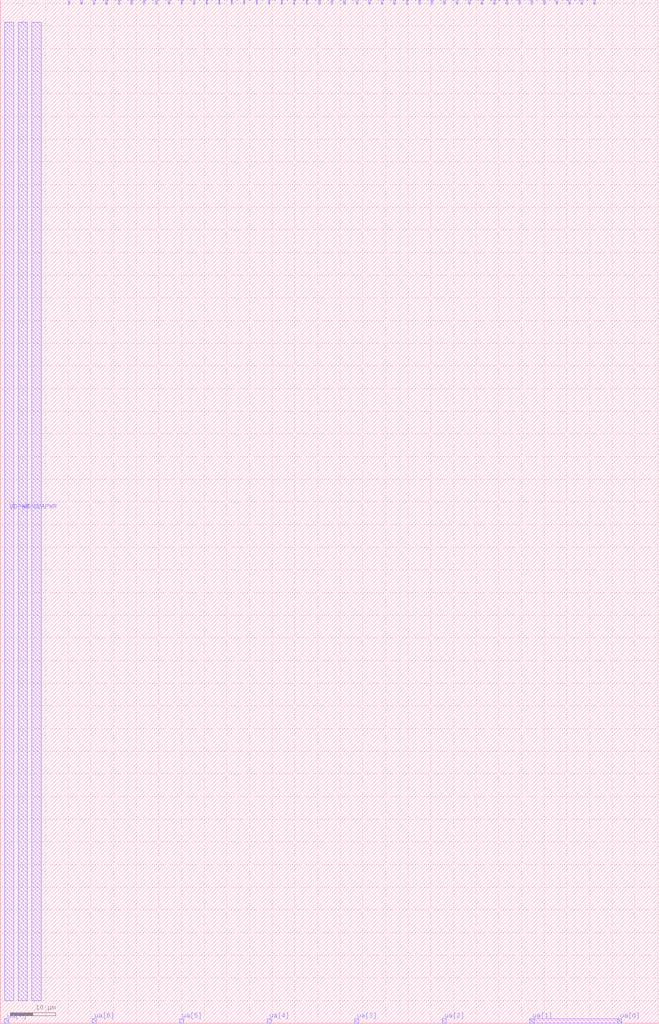
<source format=lef>
VERSION 5.7 ;
  NOWIREEXTENSIONATPIN ON ;
  DIVIDERCHAR "/" ;
  BUSBITCHARS "[]" ;
MACRO tt_um_tatzeltapeout
  CLASS BLOCK ;
  FOREIGN tt_um_tatzeltapeout ;
  ORIGIN 0.000 0.000 ;
  SIZE 145.360 BY 225.760 ;
  PIN clk
    DIRECTION INPUT ;
    USE SIGNAL ;
    PORT
      LAYER met4 ;
        RECT 128.190 224.760 128.490 225.760 ;
    END
  END clk
  PIN ena
    DIRECTION INPUT ;
    USE SIGNAL ;
    PORT
      LAYER met4 ;
        RECT 130.950 224.760 131.250 225.760 ;
    END
  END ena
  PIN rst_n
    DIRECTION INPUT ;
    USE SIGNAL ;
    PORT
      LAYER met4 ;
        RECT 125.430 224.760 125.730 225.760 ;
    END
  END rst_n
  PIN ua[0]
    DIRECTION INOUT ;
    USE SIGNAL ;
    PORT
      LAYER met4 ;
        RECT 136.170 0.000 137.070 1.000 ;
    END
  END ua[0]
  PIN ua[1]
    DIRECTION INOUT ;
    USE SIGNAL ;
    PORT
      LAYER met4 ;
        RECT 116.850 0.000 117.750 1.000 ;
    END
  END ua[1]
  PIN ua[2]
    DIRECTION INOUT ;
    USE SIGNAL ;
    PORT
      LAYER met4 ;
        RECT 97.530 0.000 98.430 1.000 ;
    END
  END ua[2]
  PIN ua[3]
    DIRECTION INOUT ;
    USE SIGNAL ;
    PORT
      LAYER met4 ;
        RECT 78.210 0.000 79.110 1.000 ;
    END
  END ua[3]
  PIN ua[4]
    DIRECTION INOUT ;
    USE SIGNAL ;
    PORT
      LAYER met4 ;
        RECT 58.890 0.000 59.790 1.000 ;
    END
  END ua[4]
  PIN ua[5]
    DIRECTION INOUT ;
    USE SIGNAL ;
    PORT
      LAYER met4 ;
        RECT 39.570 0.000 40.470 1.000 ;
    END
  END ua[5]
  PIN ua[6]
    DIRECTION INOUT ;
    USE SIGNAL ;
    PORT
      LAYER met4 ;
        RECT 20.250 0.000 21.150 1.000 ;
    END
  END ua[6]
  PIN ua[7]
    DIRECTION INOUT ;
    USE SIGNAL ;
    PORT
      LAYER met4 ;
        RECT 0.930 0.000 1.830 1.000 ;
    END
  END ua[7]
  PIN ui_in[0]
    DIRECTION INPUT ;
    USE SIGNAL ;
    PORT
      LAYER met4 ;
        RECT 122.670 224.760 122.970 225.760 ;
    END
  END ui_in[0]
  PIN ui_in[1]
    DIRECTION INPUT ;
    USE SIGNAL ;
    PORT
      LAYER met4 ;
        RECT 119.910 224.760 120.210 225.760 ;
    END
  END ui_in[1]
  PIN ui_in[2]
    DIRECTION INPUT ;
    USE SIGNAL ;
    PORT
      LAYER met4 ;
        RECT 117.150 224.760 117.450 225.760 ;
    END
  END ui_in[2]
  PIN ui_in[3]
    DIRECTION INPUT ;
    USE SIGNAL ;
    PORT
      LAYER met4 ;
        RECT 114.390 224.760 114.690 225.760 ;
    END
  END ui_in[3]
  PIN ui_in[4]
    DIRECTION INPUT ;
    USE SIGNAL ;
    PORT
      LAYER met4 ;
        RECT 111.630 224.760 111.930 225.760 ;
    END
  END ui_in[4]
  PIN ui_in[5]
    DIRECTION INPUT ;
    USE SIGNAL ;
    PORT
      LAYER met4 ;
        RECT 108.870 224.760 109.170 225.760 ;
    END
  END ui_in[5]
  PIN ui_in[6]
    DIRECTION INPUT ;
    USE SIGNAL ;
    PORT
      LAYER met4 ;
        RECT 106.110 224.760 106.410 225.760 ;
    END
  END ui_in[6]
  PIN ui_in[7]
    DIRECTION INPUT ;
    USE SIGNAL ;
    PORT
      LAYER met4 ;
        RECT 103.350 224.760 103.650 225.760 ;
    END
  END ui_in[7]
  PIN uio_in[0]
    DIRECTION INPUT ;
    USE SIGNAL ;
    PORT
      LAYER met4 ;
        RECT 100.590 224.760 100.890 225.760 ;
    END
  END uio_in[0]
  PIN uio_in[1]
    DIRECTION INPUT ;
    USE SIGNAL ;
    PORT
      LAYER met4 ;
        RECT 97.830 224.760 98.130 225.760 ;
    END
  END uio_in[1]
  PIN uio_in[2]
    DIRECTION INPUT ;
    USE SIGNAL ;
    PORT
      LAYER met4 ;
        RECT 95.070 224.760 95.370 225.760 ;
    END
  END uio_in[2]
  PIN uio_in[3]
    DIRECTION INPUT ;
    USE SIGNAL ;
    PORT
      LAYER met4 ;
        RECT 92.310 224.760 92.610 225.760 ;
    END
  END uio_in[3]
  PIN uio_in[4]
    DIRECTION INPUT ;
    USE SIGNAL ;
    PORT
      LAYER met4 ;
        RECT 89.550 224.760 89.850 225.760 ;
    END
  END uio_in[4]
  PIN uio_in[5]
    DIRECTION INPUT ;
    USE SIGNAL ;
    PORT
      LAYER met4 ;
        RECT 86.790 224.760 87.090 225.760 ;
    END
  END uio_in[5]
  PIN uio_in[6]
    DIRECTION INPUT ;
    USE SIGNAL ;
    PORT
      LAYER met4 ;
        RECT 84.030 224.760 84.330 225.760 ;
    END
  END uio_in[6]
  PIN uio_in[7]
    DIRECTION INPUT ;
    USE SIGNAL ;
    PORT
      LAYER met4 ;
        RECT 81.270 224.760 81.570 225.760 ;
    END
  END uio_in[7]
  PIN uio_oe[0]
    DIRECTION OUTPUT ;
    USE SIGNAL ;
    PORT
      LAYER met4 ;
        RECT 34.350 224.760 34.650 225.760 ;
    END
  END uio_oe[0]
  PIN uio_oe[1]
    DIRECTION OUTPUT ;
    USE SIGNAL ;
    PORT
      LAYER met4 ;
        RECT 31.590 224.760 31.890 225.760 ;
    END
  END uio_oe[1]
  PIN uio_oe[2]
    DIRECTION OUTPUT ;
    USE SIGNAL ;
    PORT
      LAYER met4 ;
        RECT 28.830 224.760 29.130 225.760 ;
    END
  END uio_oe[2]
  PIN uio_oe[3]
    DIRECTION OUTPUT ;
    USE SIGNAL ;
    PORT
      LAYER met4 ;
        RECT 26.070 224.760 26.370 225.760 ;
    END
  END uio_oe[3]
  PIN uio_oe[4]
    DIRECTION OUTPUT ;
    USE SIGNAL ;
    PORT
      LAYER met4 ;
        RECT 23.310 224.760 23.610 225.760 ;
    END
  END uio_oe[4]
  PIN uio_oe[5]
    DIRECTION OUTPUT ;
    USE SIGNAL ;
    PORT
      LAYER met4 ;
        RECT 20.550 224.760 20.850 225.760 ;
    END
  END uio_oe[5]
  PIN uio_oe[6]
    DIRECTION OUTPUT ;
    USE SIGNAL ;
    PORT
      LAYER met4 ;
        RECT 17.790 224.760 18.090 225.760 ;
    END
  END uio_oe[6]
  PIN uio_oe[7]
    DIRECTION OUTPUT ;
    USE SIGNAL ;
    PORT
      LAYER met4 ;
        RECT 15.030 224.760 15.330 225.760 ;
    END
  END uio_oe[7]
  PIN uio_out[0]
    DIRECTION OUTPUT ;
    USE SIGNAL ;
    PORT
      LAYER met4 ;
        RECT 56.430 224.760 56.730 225.760 ;
    END
  END uio_out[0]
  PIN uio_out[1]
    DIRECTION OUTPUT ;
    USE SIGNAL ;
    PORT
      LAYER met4 ;
        RECT 53.670 224.760 53.970 225.760 ;
    END
  END uio_out[1]
  PIN uio_out[2]
    DIRECTION OUTPUT ;
    USE SIGNAL ;
    PORT
      LAYER met4 ;
        RECT 50.910 224.760 51.210 225.760 ;
    END
  END uio_out[2]
  PIN uio_out[3]
    DIRECTION OUTPUT ;
    USE SIGNAL ;
    PORT
      LAYER met4 ;
        RECT 48.150 224.760 48.450 225.760 ;
    END
  END uio_out[3]
  PIN uio_out[4]
    DIRECTION OUTPUT ;
    USE SIGNAL ;
    PORT
      LAYER met4 ;
        RECT 45.390 224.760 45.690 225.760 ;
    END
  END uio_out[4]
  PIN uio_out[5]
    DIRECTION OUTPUT ;
    USE SIGNAL ;
    PORT
      LAYER met4 ;
        RECT 42.630 224.760 42.930 225.760 ;
    END
  END uio_out[5]
  PIN uio_out[6]
    DIRECTION OUTPUT ;
    USE SIGNAL ;
    PORT
      LAYER met4 ;
        RECT 39.870 224.760 40.170 225.760 ;
    END
  END uio_out[6]
  PIN uio_out[7]
    DIRECTION OUTPUT ;
    USE SIGNAL ;
    PORT
      LAYER met4 ;
        RECT 37.110 224.760 37.410 225.760 ;
    END
  END uio_out[7]
  PIN uo_out[0]
    DIRECTION OUTPUT ;
    USE SIGNAL ;
    PORT
      LAYER met4 ;
        RECT 78.510 224.760 78.810 225.760 ;
    END
  END uo_out[0]
  PIN uo_out[1]
    DIRECTION OUTPUT ;
    USE SIGNAL ;
    PORT
      LAYER met4 ;
        RECT 75.750 224.760 76.050 225.760 ;
    END
  END uo_out[1]
  PIN uo_out[2]
    DIRECTION OUTPUT ;
    USE SIGNAL ;
    PORT
      LAYER met4 ;
        RECT 72.990 224.760 73.290 225.760 ;
    END
  END uo_out[2]
  PIN uo_out[3]
    DIRECTION OUTPUT ;
    USE SIGNAL ;
    PORT
      LAYER met4 ;
        RECT 70.230 224.760 70.530 225.760 ;
    END
  END uo_out[3]
  PIN uo_out[4]
    DIRECTION OUTPUT ;
    USE SIGNAL ;
    PORT
      LAYER met4 ;
        RECT 67.470 224.760 67.770 225.760 ;
    END
  END uo_out[4]
  PIN uo_out[5]
    DIRECTION OUTPUT ;
    USE SIGNAL ;
    PORT
      LAYER met4 ;
        RECT 64.710 224.760 65.010 225.760 ;
    END
  END uo_out[5]
  PIN uo_out[6]
    DIRECTION OUTPUT ;
    USE SIGNAL ;
    PORT
      LAYER met4 ;
        RECT 61.950 224.760 62.250 225.760 ;
    END
  END uo_out[6]
  PIN uo_out[7]
    DIRECTION OUTPUT ;
    USE SIGNAL ;
    PORT
      LAYER met4 ;
        RECT 59.190 224.760 59.490 225.760 ;
    END
  END uo_out[7]
  PIN VDPWR
    DIRECTION INOUT ;
    USE POWER ;
    PORT
      LAYER met4 ;
        RECT 1.000 5.000 3.000 220.760 ;
    END
  END VDPWR
  PIN VGND
    DIRECTION INOUT ;
    USE GROUND ;
    PORT
      LAYER met4 ;
        RECT 4.000 5.000 6.000 220.760 ;
    END
  END VGND
  PIN VAPWR
    DIRECTION INOUT ;
    USE POWER ;
    PORT
      LAYER met4 ;
        RECT 7.000 5.000 9.000 220.760 ;
    END
  END VAPWR
  OBS
      LAYER met3 ;
        RECT 116.850 0.000 137.070 1.000 ;
  END
END tt_um_tatzeltapeout
END LIBRARY


</source>
